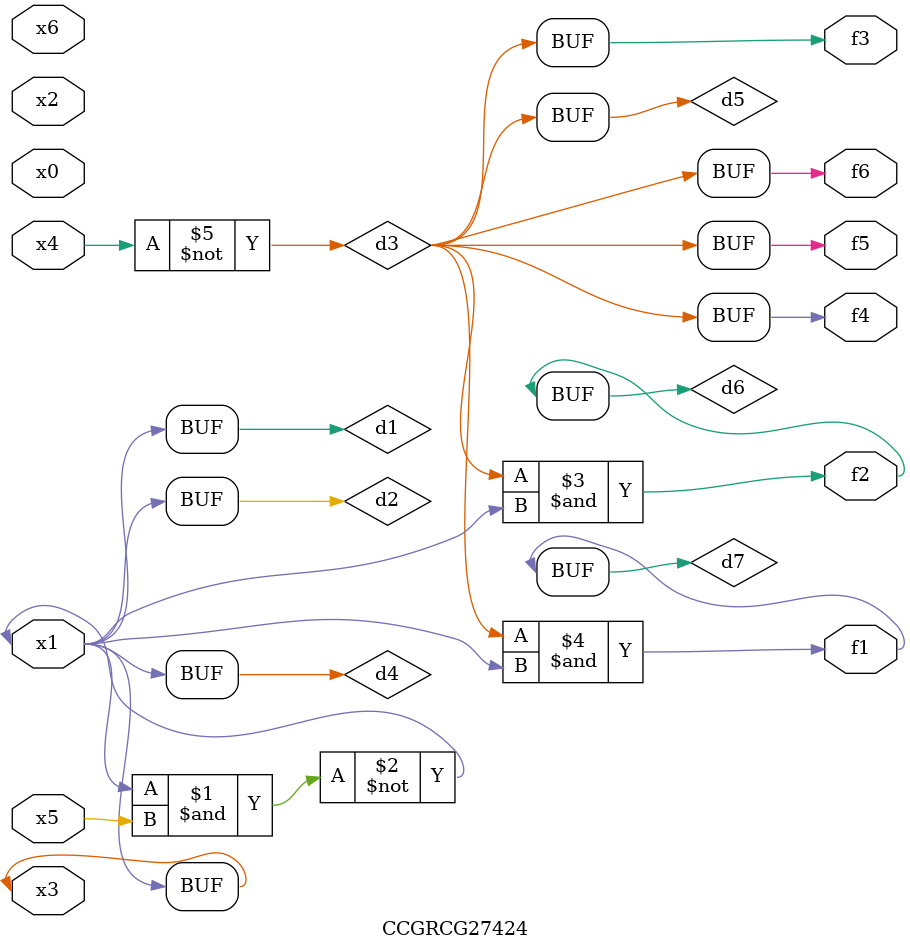
<source format=v>
module CCGRCG27424(
	input x0, x1, x2, x3, x4, x5, x6,
	output f1, f2, f3, f4, f5, f6
);

	wire d1, d2, d3, d4, d5, d6, d7;

	buf (d1, x1, x3);
	nand (d2, x1, x5);
	not (d3, x4);
	buf (d4, d1, d2);
	buf (d5, d3);
	and (d6, d3, d4);
	and (d7, d3, d4);
	assign f1 = d7;
	assign f2 = d6;
	assign f3 = d5;
	assign f4 = d5;
	assign f5 = d5;
	assign f6 = d5;
endmodule

</source>
